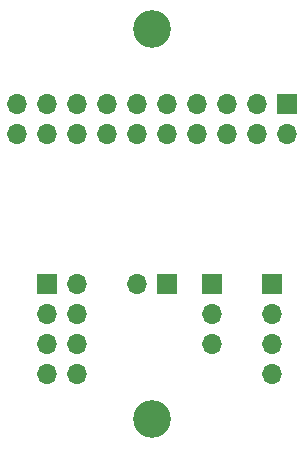
<source format=gbs>
G04 #@! TF.GenerationSoftware,KiCad,Pcbnew,(5.1.10)-1*
G04 #@! TF.CreationDate,2022-05-03T00:12:14-07:00*
G04 #@! TF.ProjectId,DUBloon,4455426c-6f6f-46e2-9e6b-696361645f70,rev?*
G04 #@! TF.SameCoordinates,Original*
G04 #@! TF.FileFunction,Soldermask,Bot*
G04 #@! TF.FilePolarity,Negative*
%FSLAX46Y46*%
G04 Gerber Fmt 4.6, Leading zero omitted, Abs format (unit mm)*
G04 Created by KiCad (PCBNEW (5.1.10)-1) date 2022-05-03 00:12:14*
%MOMM*%
%LPD*%
G01*
G04 APERTURE LIST*
%ADD10R,1.700000X1.700000*%
%ADD11O,1.700000X1.700000*%
%ADD12C,3.200000*%
G04 APERTURE END LIST*
D10*
X153670000Y-80010000D03*
D11*
X151130000Y-80010000D03*
D10*
X157480000Y-80010000D03*
D11*
X157480000Y-82550000D03*
X157480000Y-85090000D03*
D10*
X162560000Y-80010000D03*
D11*
X162560000Y-82550000D03*
X162560000Y-85090000D03*
X162560000Y-87630000D03*
D10*
X143510000Y-80010000D03*
D11*
X146050000Y-80010000D03*
X143510000Y-82550000D03*
X146050000Y-82550000D03*
X143510000Y-85090000D03*
X146050000Y-85090000D03*
X143510000Y-87630000D03*
X146050000Y-87630000D03*
D12*
X152400000Y-91440000D03*
X152400000Y-58420000D03*
D10*
X163830000Y-64770000D03*
D11*
X163830000Y-67310000D03*
X161290000Y-64770000D03*
X161290000Y-67310000D03*
X158750000Y-64770000D03*
X158750000Y-67310000D03*
X156210000Y-64770000D03*
X156210000Y-67310000D03*
X153670000Y-64770000D03*
X153670000Y-67310000D03*
X151130000Y-64770000D03*
X151130000Y-67310000D03*
X148590000Y-64770000D03*
X148590000Y-67310000D03*
X146050000Y-64770000D03*
X146050000Y-67310000D03*
X143510000Y-64770000D03*
X143510000Y-67310000D03*
X140970000Y-64770000D03*
X140970000Y-67310000D03*
M02*

</source>
